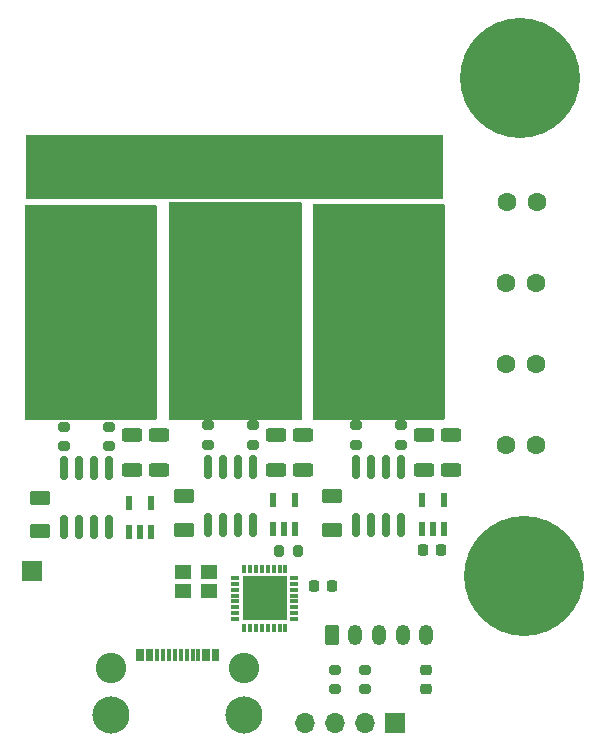
<source format=gbr>
%TF.GenerationSoftware,KiCad,Pcbnew,(6.0.1)*%
%TF.CreationDate,2022-02-15T00:41:15-08:00*%
%TF.ProjectId,OpenMC,4f70656e-4d43-42e6-9b69-6361645f7063,rev?*%
%TF.SameCoordinates,Original*%
%TF.FileFunction,Soldermask,Bot*%
%TF.FilePolarity,Negative*%
%FSLAX46Y46*%
G04 Gerber Fmt 4.6, Leading zero omitted, Abs format (unit mm)*
G04 Created by KiCad (PCBNEW (6.0.1)) date 2022-02-15 00:41:15*
%MOMM*%
%LPD*%
G01*
G04 APERTURE LIST*
G04 Aperture macros list*
%AMRoundRect*
0 Rectangle with rounded corners*
0 $1 Rounding radius*
0 $2 $3 $4 $5 $6 $7 $8 $9 X,Y pos of 4 corners*
0 Add a 4 corners polygon primitive as box body*
4,1,4,$2,$3,$4,$5,$6,$7,$8,$9,$2,$3,0*
0 Add four circle primitives for the rounded corners*
1,1,$1+$1,$2,$3*
1,1,$1+$1,$4,$5*
1,1,$1+$1,$6,$7*
1,1,$1+$1,$8,$9*
0 Add four rect primitives between the rounded corners*
20,1,$1+$1,$2,$3,$4,$5,0*
20,1,$1+$1,$4,$5,$6,$7,0*
20,1,$1+$1,$6,$7,$8,$9,0*
20,1,$1+$1,$8,$9,$2,$3,0*%
G04 Aperture macros list end*
%ADD10R,1.400000X1.150000*%
%ADD11C,10.160000*%
%ADD12R,1.700000X1.700000*%
%ADD13O,1.700000X1.700000*%
%ADD14R,0.300000X1.100000*%
%ADD15C,2.580000*%
%ADD16C,3.150000*%
%ADD17RoundRect,0.250000X-0.625000X0.312500X-0.625000X-0.312500X0.625000X-0.312500X0.625000X0.312500X0*%
%ADD18RoundRect,0.150000X0.150000X-0.825000X0.150000X0.825000X-0.150000X0.825000X-0.150000X-0.825000X0*%
%ADD19C,1.600000*%
%ADD20RoundRect,0.200000X0.200000X0.275000X-0.200000X0.275000X-0.200000X-0.275000X0.200000X-0.275000X0*%
%ADD21RoundRect,0.200000X0.275000X-0.200000X0.275000X0.200000X-0.275000X0.200000X-0.275000X-0.200000X0*%
%ADD22RoundRect,0.225000X-0.250000X0.225000X-0.250000X-0.225000X0.250000X-0.225000X0.250000X0.225000X0*%
%ADD23RoundRect,0.225000X-0.225000X-0.250000X0.225000X-0.250000X0.225000X0.250000X-0.225000X0.250000X0*%
%ADD24RoundRect,0.200000X-0.275000X0.200000X-0.275000X-0.200000X0.275000X-0.200000X0.275000X0.200000X0*%
%ADD25RoundRect,0.250000X0.625000X-0.375000X0.625000X0.375000X-0.625000X0.375000X-0.625000X-0.375000X0*%
%ADD26RoundRect,0.250000X-0.350000X-0.625000X0.350000X-0.625000X0.350000X0.625000X-0.350000X0.625000X0*%
%ADD27O,1.200000X1.750000*%
%ADD28R,0.600000X1.200000*%
%ADD29R,0.300000X0.800000*%
%ADD30R,0.800000X0.300000*%
%ADD31R,3.750000X3.750000*%
G04 APERTURE END LIST*
D10*
%TO.C,Y1*%
X132570400Y-134632600D03*
X130370400Y-134632600D03*
X130370400Y-133032600D03*
X132570400Y-133032600D03*
%TD*%
D11*
%TO.C,J1*%
X146926000Y-109179600D03*
%TD*%
%TO.C,J5*%
X159258000Y-133350000D03*
%TD*%
%TO.C,J2*%
X134734000Y-109194600D03*
%TD*%
D12*
%TO.C,J9*%
X117602000Y-132969000D03*
%TD*%
%TO.C,J4*%
X148336000Y-145796000D03*
D13*
X145796000Y-145796000D03*
X143256000Y-145796000D03*
X140716000Y-145796000D03*
%TD*%
D11*
%TO.C,J3*%
X158877000Y-91186000D03*
%TD*%
%TO.C,J6*%
X122669000Y-109194600D03*
%TD*%
D14*
%TO.C,J8*%
X133271000Y-140012000D03*
X132471000Y-140012000D03*
X131171000Y-140012000D03*
X130171000Y-140012000D03*
X129671000Y-140012000D03*
X128671000Y-140012000D03*
X127371000Y-140012000D03*
X126571000Y-140012000D03*
X126871000Y-140012000D03*
X127671000Y-140012000D03*
X128171000Y-140012000D03*
X129171000Y-140012000D03*
X130671000Y-140012000D03*
X131671000Y-140012000D03*
X132171000Y-140012000D03*
X132971000Y-140012000D03*
D15*
X135541000Y-141162000D03*
D16*
X135541000Y-145162000D03*
D15*
X124301000Y-141162000D03*
D16*
X124301000Y-145162000D03*
%TD*%
D17*
%TO.C,R4*%
X140512800Y-121448100D03*
X140512800Y-124373100D03*
%TD*%
%TO.C,R6*%
X138226800Y-121448100D03*
X138226800Y-124373100D03*
%TD*%
D18*
%TO.C,U3*%
X124066000Y-129195600D03*
X122796000Y-129195600D03*
X121526000Y-129195600D03*
X120256000Y-129195600D03*
X120256000Y-124245600D03*
X121526000Y-124245600D03*
X122796000Y-124245600D03*
X124066000Y-124245600D03*
%TD*%
D19*
%TO.C,C8*%
X160304800Y-101727000D03*
X157804800Y-101727000D03*
%TD*%
D20*
%TO.C,R5*%
X140118600Y-131216400D03*
X138468600Y-131216400D03*
%TD*%
D19*
%TO.C,C4*%
X160254000Y-108585000D03*
X157754000Y-108585000D03*
%TD*%
D21*
%TO.C,C2*%
X148844000Y-122237000D03*
X148844000Y-120587000D03*
%TD*%
D22*
%TO.C,C10*%
X150977600Y-141338000D03*
X150977600Y-142888000D03*
%TD*%
D23*
%TO.C,C12*%
X150659800Y-131114800D03*
X152209800Y-131114800D03*
%TD*%
D24*
%TO.C,R14*%
X145796000Y-141288000D03*
X145796000Y-142938000D03*
%TD*%
D19*
%TO.C,C6*%
X160254000Y-122301000D03*
X157754000Y-122301000D03*
%TD*%
D23*
%TO.C,C11*%
X141465000Y-134239000D03*
X143015000Y-134239000D03*
%TD*%
D25*
%TO.C,D2*%
X143002000Y-129416000D03*
X143002000Y-126616000D03*
%TD*%
D19*
%TO.C,C7*%
X160254000Y-115443000D03*
X157754000Y-115443000D03*
%TD*%
D17*
%TO.C,R12*%
X126034800Y-121448100D03*
X126034800Y-124373100D03*
%TD*%
D21*
%TO.C,C5*%
X120269000Y-122364000D03*
X120269000Y-120714000D03*
%TD*%
D26*
%TO.C,J7*%
X142964400Y-138370400D03*
D27*
X144964400Y-138370400D03*
X146964400Y-138370400D03*
X148964400Y-138370400D03*
X150964400Y-138370400D03*
%TD*%
D18*
%TO.C,U2*%
X148831000Y-129068600D03*
X147561000Y-129068600D03*
X146291000Y-129068600D03*
X145021000Y-129068600D03*
X145021000Y-124118600D03*
X146291000Y-124118600D03*
X147561000Y-124118600D03*
X148831000Y-124118600D03*
%TD*%
%TO.C,U1*%
X136258000Y-129068600D03*
X134988000Y-129068600D03*
X133718000Y-129068600D03*
X132448000Y-129068600D03*
X132448000Y-124118600D03*
X133718000Y-124118600D03*
X134988000Y-124118600D03*
X136258000Y-124118600D03*
%TD*%
D28*
%TO.C,IC2*%
X139888000Y-129393000D03*
X138938000Y-129393000D03*
X137988000Y-129393000D03*
X137988000Y-126893000D03*
X139888000Y-126893000D03*
%TD*%
%TO.C,IC4*%
X152461000Y-129393000D03*
X151511000Y-129393000D03*
X150561000Y-129393000D03*
X150561000Y-126893000D03*
X152461000Y-126893000D03*
%TD*%
D21*
%TO.C,C1*%
X136271000Y-122237000D03*
X136271000Y-120587000D03*
%TD*%
D25*
%TO.C,D3*%
X118237000Y-129543000D03*
X118237000Y-126743000D03*
%TD*%
D24*
%TO.C,R15*%
X143256000Y-141288000D03*
X143256000Y-142938000D03*
%TD*%
D21*
%TO.C,C3*%
X124079000Y-122364000D03*
X124079000Y-120714000D03*
%TD*%
D17*
%TO.C,R10*%
X128320800Y-121448100D03*
X128320800Y-124373100D03*
%TD*%
D21*
%TO.C,C15*%
X132461000Y-122237000D03*
X132461000Y-120587000D03*
%TD*%
D17*
%TO.C,R9*%
X150774400Y-121448100D03*
X150774400Y-124373100D03*
%TD*%
D21*
%TO.C,C14*%
X145034000Y-122237000D03*
X145034000Y-120587000D03*
%TD*%
D28*
%TO.C,IC3*%
X127696000Y-129647000D03*
X126746000Y-129647000D03*
X125796000Y-129647000D03*
X125796000Y-127147000D03*
X127696000Y-127147000D03*
%TD*%
D25*
%TO.C,D1*%
X130429000Y-129416000D03*
X130429000Y-126616000D03*
%TD*%
D29*
%TO.C,IC1*%
X135536999Y-132754999D03*
X136036999Y-132754999D03*
X136536999Y-132754999D03*
X137036999Y-132754999D03*
X137536999Y-132754999D03*
X138036999Y-132754999D03*
X138536999Y-132754999D03*
X139036999Y-132754999D03*
D30*
X139786999Y-133504999D03*
X139786999Y-134004999D03*
X139786999Y-134504999D03*
X139786999Y-135004999D03*
X139786999Y-135504999D03*
X139786999Y-136004999D03*
X139786999Y-136504999D03*
X139786999Y-137004999D03*
D29*
X139036999Y-137754999D03*
X138536999Y-137754999D03*
X138036999Y-137754999D03*
X137536999Y-137754999D03*
X137036999Y-137754999D03*
X136536999Y-137754999D03*
X136036999Y-137754999D03*
X135536999Y-137754999D03*
D30*
X134786999Y-137004999D03*
X134786999Y-136504999D03*
X134786999Y-136004999D03*
X134786999Y-135504999D03*
X134786999Y-135004999D03*
X134786999Y-134504999D03*
X134786999Y-134004999D03*
X134786999Y-133504999D03*
D31*
X137286999Y-135254999D03*
%TD*%
D17*
%TO.C,R7*%
X153060400Y-121448100D03*
X153060400Y-124373100D03*
%TD*%
G36*
X140391121Y-114675602D02*
G01*
X140437614Y-114729258D01*
X140449000Y-114781600D01*
X140449000Y-119990600D01*
X140428998Y-120058721D01*
X140375342Y-120105214D01*
X140323000Y-120116600D01*
X129272000Y-120116600D01*
X129203879Y-120096598D01*
X129157386Y-120042942D01*
X129146000Y-119990600D01*
X129146000Y-114781600D01*
X129166002Y-114713479D01*
X129219658Y-114666986D01*
X129272000Y-114655600D01*
X140323000Y-114655600D01*
X140391121Y-114675602D01*
G37*
G36*
X140391121Y-101721602D02*
G01*
X140437614Y-101775258D01*
X140449000Y-101827600D01*
X140449000Y-115037600D01*
X140428998Y-115105721D01*
X140375342Y-115152214D01*
X140323000Y-115163600D01*
X129272000Y-115163600D01*
X129203879Y-115143598D01*
X129157386Y-115089942D01*
X129146000Y-115037600D01*
X129146000Y-101827600D01*
X129166002Y-101759479D01*
X129219658Y-101712986D01*
X129272000Y-101701600D01*
X140323000Y-101701600D01*
X140391121Y-101721602D01*
G37*
G36*
X128072121Y-101924802D02*
G01*
X128118614Y-101978458D01*
X128130000Y-102030800D01*
X128130000Y-115037600D01*
X128109998Y-115105721D01*
X128056342Y-115152214D01*
X128004000Y-115163600D01*
X117080000Y-115163600D01*
X117011879Y-115143598D01*
X116965386Y-115089942D01*
X116954000Y-115037600D01*
X116954000Y-102030800D01*
X116974002Y-101962679D01*
X117027658Y-101916186D01*
X117080000Y-101904800D01*
X128004000Y-101904800D01*
X128072121Y-101924802D01*
G37*
G36*
X128072121Y-114675602D02*
G01*
X128118614Y-114729258D01*
X128130000Y-114781600D01*
X128130000Y-119990600D01*
X128109998Y-120058721D01*
X128056342Y-120105214D01*
X128004000Y-120116600D01*
X117080000Y-120116600D01*
X117011879Y-120096598D01*
X116965386Y-120042942D01*
X116954000Y-119990600D01*
X116954000Y-114781600D01*
X116974002Y-114713479D01*
X117027658Y-114666986D01*
X117080000Y-114655600D01*
X128004000Y-114655600D01*
X128072121Y-114675602D01*
G37*
G36*
X152456121Y-101848602D02*
G01*
X152502614Y-101902258D01*
X152514000Y-101954600D01*
X152514000Y-115037600D01*
X152493998Y-115105721D01*
X152440342Y-115152214D01*
X152388000Y-115163600D01*
X141464000Y-115163600D01*
X141395879Y-115143598D01*
X141349386Y-115089942D01*
X141338000Y-115037600D01*
X141338000Y-101954600D01*
X141358002Y-101886479D01*
X141411658Y-101839986D01*
X141464000Y-101828600D01*
X152388000Y-101828600D01*
X152456121Y-101848602D01*
G37*
G36*
X152456121Y-114548602D02*
G01*
X152502614Y-114602258D01*
X152514000Y-114654600D01*
X152514000Y-119990600D01*
X152493998Y-120058721D01*
X152440342Y-120105214D01*
X152388000Y-120116600D01*
X141464000Y-120116600D01*
X141395879Y-120096598D01*
X141349386Y-120042942D01*
X141338000Y-119990600D01*
X141338000Y-114654600D01*
X141358002Y-114586479D01*
X141411658Y-114539986D01*
X141464000Y-114528600D01*
X152388000Y-114528600D01*
X152456121Y-114548602D01*
G37*
G36*
X152342121Y-96006602D02*
G01*
X152388614Y-96060258D01*
X152400000Y-96112600D01*
X152400000Y-101321600D01*
X152379998Y-101389721D01*
X152326342Y-101436214D01*
X152274000Y-101447600D01*
X117220000Y-101447600D01*
X117151879Y-101427598D01*
X117105386Y-101373942D01*
X117094000Y-101321600D01*
X117094000Y-96112600D01*
X117114002Y-96044479D01*
X117167658Y-95997986D01*
X117220000Y-95986600D01*
X152274000Y-95986600D01*
X152342121Y-96006602D01*
G37*
M02*

</source>
